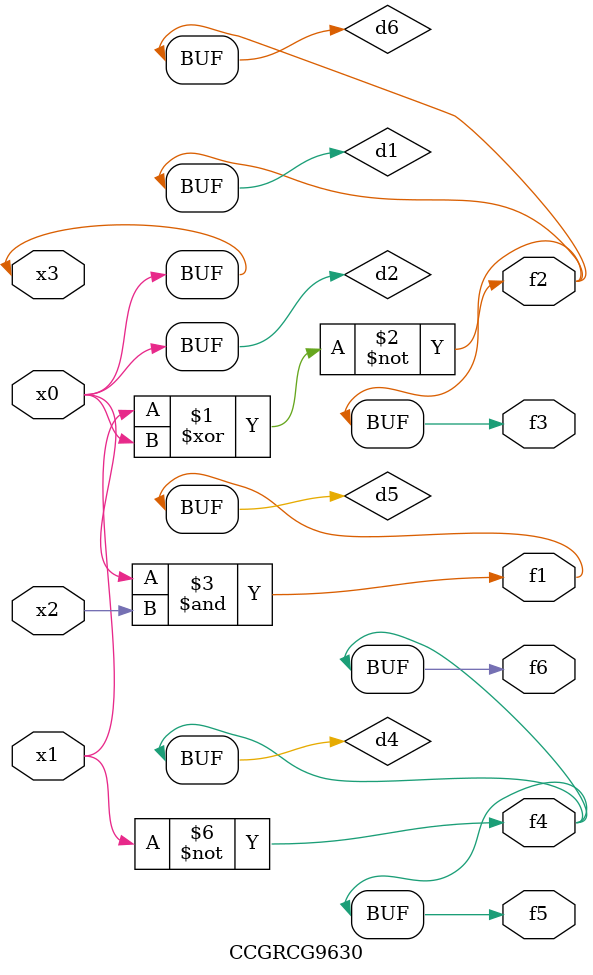
<source format=v>
module CCGRCG9630(
	input x0, x1, x2, x3,
	output f1, f2, f3, f4, f5, f6
);

	wire d1, d2, d3, d4, d5, d6;

	xnor (d1, x1, x3);
	buf (d2, x0, x3);
	nand (d3, x0, x2);
	not (d4, x1);
	nand (d5, d3);
	or (d6, d1);
	assign f1 = d5;
	assign f2 = d6;
	assign f3 = d6;
	assign f4 = d4;
	assign f5 = d4;
	assign f6 = d4;
endmodule

</source>
